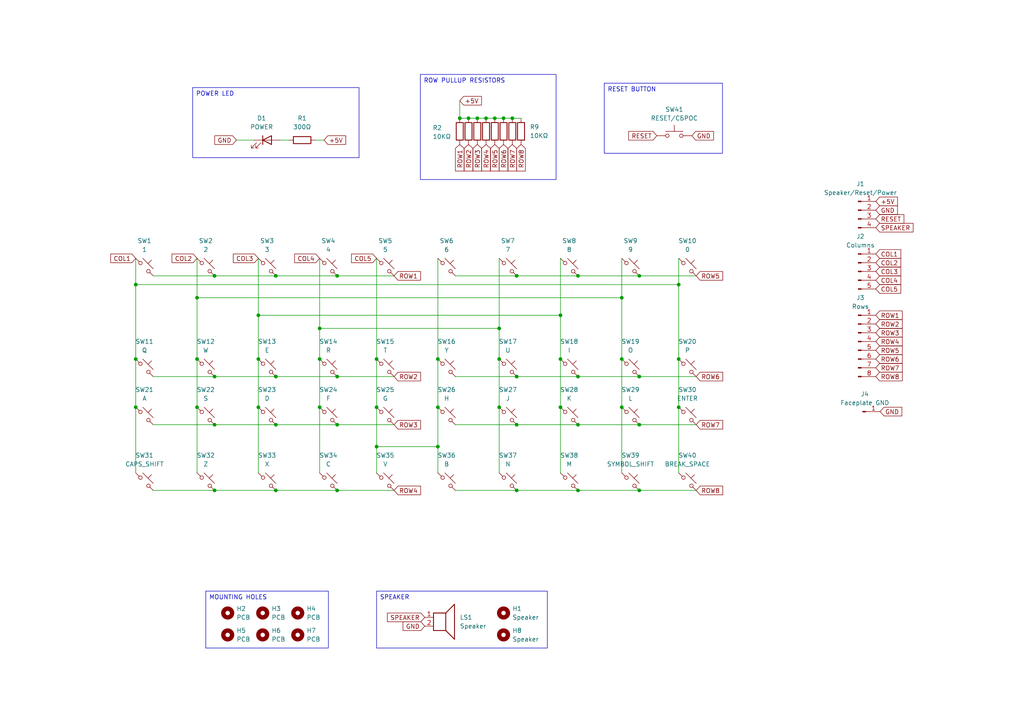
<source format=kicad_sch>
(kicad_sch (version 20250114) (generator "eeschema") (generator_version "9.0")
  (paper "A4")
  (title_block (title "Новая Клавиатура Нафаня/New Nafanya Keyboard") (date "5-Apr-2025") (company "Brett Hallen") (comment 1 "www.youtube.com/@brfff"))
  (lib_symbols
    (symbol "Connector:Conn_01x01_Pin" (pin_names (offset 1.016) (hide yes))
      (property "Reference" "J" (at 0 2.54 0))
      (property "Value" "Conn_01x01_Pin" (at 0 -2.54 0))
      (symbol "Conn_01x01_Pin_1_1"
        (rectangle (start 0.8636 0.127) (end 0 -0.127) (stroke (width 0.1524)) (fill (type outline)))
        (polyline (pts (xy 1.27 0) (xy 0.8636 0)) (stroke (width 0.1524)))
        (pin passive line (at 5.08 0 180) (length 3.81) (name "Pin_1") (number "1"))
      )
    )
    (symbol "Connector:Conn_01x04_Pin" (pin_names (offset 1.016) (hide yes))
      (property "Reference" "J" (at 0 5.08 0))
      (property "Value" "Conn_01x04_Pin" (at 0 -7.62 0))
      (symbol "Conn_01x04_Pin_1_1"
        (rectangle (start 0.8636 2.667) (end 0 2.413) (stroke (width 0.1524)) (fill (type outline)))
        (rectangle (start 0.8636 0.127) (end 0 -0.127) (stroke (width 0.1524)) (fill (type outline)))
        (rectangle (start 0.8636 -2.413) (end 0 -2.667) (stroke (width 0.1524)) (fill (type outline)))
        (rectangle (start 0.8636 -4.953) (end 0 -5.207) (stroke (width 0.1524)) (fill (type outline)))
        (polyline (pts (xy 1.27 2.54) (xy 0.8636 2.54)) (stroke (width 0.1524)))
        (polyline (pts (xy 1.27 0) (xy 0.8636 0)) (stroke (width 0.1524)))
        (polyline (pts (xy 1.27 -2.54) (xy 0.8636 -2.54)) (stroke (width 0.1524)))
        (polyline (pts (xy 1.27 -5.08) (xy 0.8636 -5.08)) (stroke (width 0.1524)))
        (pin passive line (at 5.08 2.54 180) (length 3.81) (name "Pin_1") (number "1"))
        (pin passive line (at 5.08 0 180) (length 3.81) (name "Pin_2") (number "2"))
        (pin passive line (at 5.08 -2.54 180) (length 3.81) (name "Pin_3") (number "3"))
        (pin passive line (at 5.08 -5.08 180) (length 3.81) (name "Pin_4") (number "4"))
      )
    )
    (symbol "Connector:Conn_01x05_Pin" (pin_names (offset 1.016) (hide yes))
      (property "Reference" "J" (at 0 7.62 0))
      (property "Value" "Conn_01x05_Pin" (at 0 -7.62 0))
      (symbol "Conn_01x05_Pin_1_1"
        (rectangle (start 0.8636 5.207) (end 0 4.953) (stroke (width 0.1524)) (fill (type outline)))
        (rectangle (start 0.8636 2.667) (end 0 2.413) (stroke (width 0.1524)) (fill (type outline)))
        (rectangle (start 0.8636 0.127) (end 0 -0.127) (stroke (width 0.1524)) (fill (type outline)))
        (rectangle (start 0.8636 -2.413) (end 0 -2.667) (stroke (width 0.1524)) (fill (type outline)))
        (rectangle (start 0.8636 -4.953) (end 0 -5.207) (stroke (width 0.1524)) (fill (type outline)))
        (polyline (pts (xy 1.27 5.08) (xy 0.8636 5.08)) (stroke (width 0.1524)))
        (polyline (pts (xy 1.27 2.54) (xy 0.8636 2.54)) (stroke (width 0.1524)))
        (polyline (pts (xy 1.27 0) (xy 0.8636 0)) (stroke (width 0.1524)))
        (polyline (pts (xy 1.27 -2.54) (xy 0.8636 -2.54)) (stroke (width 0.1524)))
        (polyline (pts (xy 1.27 -5.08) (xy 0.8636 -5.08)) (stroke (width 0.1524)))
        (pin passive line (at 5.08 5.08 180) (length 3.81) (name "Pin_1") (number "1"))
        (pin passive line (at 5.08 2.54 180) (length 3.81) (name "Pin_2") (number "2"))
        (pin passive line (at 5.08 0 180) (length 3.81) (name "Pin_3") (number "3"))
        (pin passive line (at 5.08 -2.54 180) (length 3.81) (name "Pin_4") (number "4"))
        (pin passive line (at 5.08 -5.08 180) (length 3.81) (name "Pin_5") (number "5"))
      )
    )
    (symbol "Connector:Conn_01x08_Pin" (pin_names (offset 1.016) (hide yes))
      (property "Reference" "J" (at 0 10.16 0))
      (property "Value" "Conn_01x08_Pin" (at 0 -12.7 0))
      (symbol "Conn_01x08_Pin_1_1"
        (rectangle (start 0.8636 7.747) (end 0 7.493) (stroke (width 0.1524)) (fill (type outline)))
        (rectangle (start 0.8636 5.207) (end 0 4.953) (stroke (width 0.1524)) (fill (type outline)))
        (rectangle (start 0.8636 2.667) (end 0 2.413) (stroke (width 0.1524)) (fill (type outline)))
        (rectangle (start 0.8636 0.127) (end 0 -0.127) (stroke (width 0.1524)) (fill (type outline)))
        (rectangle (start 0.8636 -2.413) (end 0 -2.667) (stroke (width 0.1524)) (fill (type outline)))
        (rectangle (start 0.8636 -4.953) (end 0 -5.207) (stroke (width 0.1524)) (fill (type outline)))
        (rectangle (start 0.8636 -7.493) (end 0 -7.747) (stroke (width 0.1524)) (fill (type outline)))
        (rectangle (start 0.8636 -10.033) (end 0 -10.287) (stroke (width 0.1524)) (fill (type outline)))
        (polyline (pts (xy 1.27 7.62) (xy 0.8636 7.62)) (stroke (width 0.1524)))
        (polyline (pts (xy 1.27 5.08) (xy 0.8636 5.08)) (stroke (width 0.1524)))
        (polyline (pts (xy 1.27 2.54) (xy 0.8636 2.54)) (stroke (width 0.1524)))
        (polyline (pts (xy 1.27 0) (xy 0.8636 0)) (stroke (width 0.1524)))
        (polyline (pts (xy 1.27 -2.54) (xy 0.8636 -2.54)) (stroke (width 0.1524)))
        (polyline (pts (xy 1.27 -5.08) (xy 0.8636 -5.08)) (stroke (width 0.1524)))
        (polyline (pts (xy 1.27 -7.62) (xy 0.8636 -7.62)) (stroke (width 0.1524)))
        (polyline (pts (xy 1.27 -10.16) (xy 0.8636 -10.16)) (stroke (width 0.1524)))
        (pin passive line (at 5.08 7.62 180) (length 3.81) (name "Pin_1") (number "1"))
        (pin passive line (at 5.08 5.08 180) (length 3.81) (name "Pin_2") (number "2"))
        (pin passive line (at 5.08 2.54 180) (length 3.81) (name "Pin_3") (number "3"))
        (pin passive line (at 5.08 0 180) (length 3.81) (name "Pin_4") (number "4"))
        (pin passive line (at 5.08 -2.54 180) (length 3.81) (name "Pin_5") (number "5"))
        (pin passive line (at 5.08 -5.08 180) (length 3.81) (name "Pin_6") (number "6"))
        (pin passive line (at 5.08 -7.62 180) (length 3.81) (name "Pin_7") (number "7"))
        (pin passive line (at 5.08 -10.16 180) (length 3.81) (name "Pin_8") (number "8"))
      )
    )
    (symbol "Device:LED" (pin_numbers (hide yes)) (pin_names (offset 1.016) (hide yes))
      (property "Reference" "D" (at 0 2.54 0))
      (property "Value" "LED" (at 0 -2.54 0))
      (symbol "LED_0_1"
        (polyline (pts (xy -3.048 -0.762) (xy -4.572 -2.286) (xy -3.81 -2.286) (xy -4.572 -2.286) (xy -4.572 -1.524)))
        (polyline (pts (xy -1.778 -0.762) (xy -3.302 -2.286) (xy -2.54 -2.286) (xy -3.302 -2.286) (xy -3.302 -1.524)))
        (polyline (pts (xy -1.27 0) (xy 1.27 0)))
        (polyline (pts (xy -1.27 -1.27) (xy -1.27 1.27)) (stroke (width 0.254)))
        (polyline (pts (xy 1.27 -1.27) (xy 1.27 1.27) (xy -1.27 0) (xy 1.27 -1.27)) (stroke (width 0.254)))
      )
      (symbol "LED_1_1"
        (pin passive line (at -3.81 0 0) (length 2.54) (name "K") (number "1"))
        (pin passive line (at 3.81 0 180) (length 2.54) (name "A") (number "2"))
      )
    )
    (symbol "Device:R" (pin_numbers (hide yes)) (pin_names (offset 0))
      (property "Reference" "R" (at 2.032 0 90))
      (property "Value" "R" (at 0 0 90))
      (symbol "R_0_1"
        (rectangle (start -1.016 -2.54) (end 1.016 2.54) (stroke (width 0.254)))
      )
      (symbol "R_1_1"
        (pin passive line (at 0 3.81 270) (length 1.27) (name "~") (number "1"))
        (pin passive line (at 0 -3.81 90) (length 1.27) (name "~") (number "2"))
      )
    )
    (symbol "Device:Speaker" (pin_names (offset 0) (hide yes))
      (property "Reference" "LS" (at 1.27 5.715 0))
      (property "Value" "Speaker" (at 1.27 3.81 0))
      (symbol "Speaker_0_0"
        (rectangle (start -2.54 1.27) (end 1.016 -3.81) (stroke (width 0.254)))
        (polyline (pts (xy 1.016 1.27) (xy 3.556 3.81) (xy 3.556 -6.35) (xy 1.016 -3.81)) (stroke (width 0.254)))
      )
      (symbol "Speaker_1_1"
        (pin input line (at -5.08 0 0) (length 2.54) (name "1") (number "1"))
        (pin input line (at -5.08 -2.54 0) (length 2.54) (name "2") (number "2"))
      )
    )
    (symbol "Mechanical:MountingHole" (pin_names (offset 1.016)) (exclude_from_sim yes) (in_bom no)
      (property "Reference" "H" (at 0 5.08 0))
      (property "Value" "MountingHole" (at 0 3.175 0))
      (symbol "MountingHole_0_1"
        (circle (center 0 0) (radius 1.27) (stroke (width 1.27)))
      )
    )
    (symbol "Switch:SW_Push" (pin_numbers (hide yes)) (pin_names (offset 1.016) (hide yes))
      (property "Reference" "SW" (at 1.27 2.54 0))
      (property "Value" "SW_Push" (at 0 -1.524 0))
      (symbol "SW_Push_0_1"
        (circle (center -2.032 0) (radius 0.508))
        (polyline (pts (xy 0 1.27) (xy 0 3.048)))
        (circle (center 2.032 0) (radius 0.508))
        (polyline (pts (xy 2.54 1.27) (xy -2.54 1.27)))
        (pin passive line (at -5.08 0 0) (length 2.54) (name "1") (number "1"))
        (pin passive line (at 5.08 0 180) (length 2.54) (name "2") (number "2"))
      )
    )
    (symbol "Switch:SW_Push_45deg" (pin_numbers (hide yes)) (pin_names (offset 1.016) (hide yes))
      (property "Reference" "SW" (at 3.048 1.016 0))
      (property "Value" "SW_Push_45deg" (at 0 -3.81 0))
      (symbol "SW_Push_45deg_0_1"
        (polyline (pts (xy -2.54 2.54) (xy -1.524 1.524) (xy -1.524 1.524)))
        (circle (center -1.1684 1.1684) (radius 0.508))
        (polyline (pts (xy -0.508 2.54) (xy 2.54 -0.508)))
        (polyline (pts (xy 1.016 1.016) (xy 2.032 2.032)))
        (circle (center 1.143 -1.1938) (radius 0.508))
        (polyline (pts (xy 1.524 -1.524) (xy 2.54 -2.54) (xy 2.54 -2.54) (xy 2.54 -2.54)))
        (pin passive line (at -2.54 2.54 0) (length 0) (name "1") (number "1"))
        (pin passive line (at 2.54 -2.54 180) (length 0) (name "2") (number "2"))
      )
    )
  )
  (text_box "RESET BUTTON" (at 175.26 24.13 0) (size 34.29 20.32) (margins 0.9525 0.9525 0.9525 0.9525) (effects (font (size 1.27 1.27)) (justify left top)))
  (text_box "MOUNTING HOLES" (at 59.69 171.45 0) (size 35.56 16.51) (margins 0.9525 0.9525 0.9525 0.9525) (effects (font (size 1.27 1.27)) (justify left top)))
  (text_box "POWER LED" (at 55.88 25.4 0) (size 48.26 20.32) (margins 0.9525 0.9525 0.9525 0.9525) (effects (font (size 1.27 1.27)) (justify left top)))
  (text_box "SPEAKER" (at 109.22 171.45 0) (size 49.53 16.51) (margins 0.9525 0.9525 0.9525 0.9525) (effects (font (size 1.27 1.27)) (justify left top)))
  (text_box "ROW PULLUP RESISTORS" (at 121.92 21.59 0) (size 39.37 30.48) (margins 0.9525 0.9525 0.9525 0.9525) (effects (font (size 1.27 1.27)) (justify left top)))
  (junction (at 74.93 104.14))
  (junction (at 196.85 118.11))
  (junction (at 180.34 118.11))
  (junction (at 57.15 118.11))
  (junction (at 167.64 123.19))
  (junction (at 196.85 82.55))
  (junction (at 80.01 80.01))
  (junction (at 162.56 104.14))
  (junction (at 185.42 109.22))
  (junction (at 62.23 123.19))
  (junction (at 196.85 104.14))
  (junction (at 97.79 80.01))
  (junction (at 149.86 109.22))
  (junction (at 39.37 118.11))
  (junction (at 97.79 123.19))
  (junction (at 109.22 129.54))
  (junction (at 149.86 123.19))
  (junction (at 148.59 34.29))
  (junction (at 180.34 104.14))
  (junction (at 80.01 109.22))
  (junction (at 92.71 95.25))
  (junction (at 62.23 142.24))
  (junction (at 127 118.11))
  (junction (at 167.64 80.01))
  (junction (at 180.34 86.36))
  (junction (at 39.37 104.14))
  (junction (at 80.01 123.19))
  (junction (at 149.86 80.01))
  (junction (at 133.35 34.29))
  (junction (at 57.15 86.36))
  (junction (at 92.71 104.14))
  (junction (at 140.97 34.29))
  (junction (at 62.23 80.01))
  (junction (at 135.89 34.29))
  (junction (at 138.43 34.29))
  (junction (at 39.37 82.55))
  (junction (at 149.86 142.24))
  (junction (at 62.23 109.22))
  (junction (at 185.42 142.24))
  (junction (at 144.78 95.25))
  (junction (at 162.56 118.11))
  (junction (at 143.51 34.29))
  (junction (at 167.64 109.22))
  (junction (at 167.64 142.24))
  (junction (at 74.93 91.44))
  (junction (at 185.42 80.01))
  (junction (at 146.05 34.29))
  (junction (at 185.42 123.19))
  (junction (at 144.78 104.14))
  (junction (at 97.79 142.24))
  (junction (at 109.22 104.14))
  (junction (at 127 104.14))
  (junction (at 162.56 91.44))
  (junction (at 109.22 118.11))
  (junction (at 74.93 118.11))
  (junction (at 97.79 109.22))
  (junction (at 144.78 118.11))
  (junction (at 127 129.54))
  (junction (at 57.15 104.14))
  (junction (at 80.01 142.24))
  (junction (at 92.71 118.11))
  (wire (pts (xy 133.35 29.21) (xy 133.35 34.29)))
  (wire (pts (xy 127 74.93) (xy 127 104.14)))
  (wire (pts (xy 80.01 109.22) (xy 97.79 109.22)))
  (wire (pts (xy 146.05 34.29) (xy 148.59 34.29)))
  (wire (pts (xy 185.42 123.19) (xy 201.93 123.19)))
  (wire (pts (xy 97.79 142.24) (xy 114.3 142.24)))
  (wire (pts (xy 68.58 40.64) (xy 73.66 40.64)))
  (wire (pts (xy 132.08 109.22) (xy 149.86 109.22)))
  (wire (pts (xy 167.64 123.19) (xy 185.42 123.19)))
  (wire (pts (xy 92.71 74.93) (xy 92.71 95.25)))
  (wire (pts (xy 44.45 80.01) (xy 62.23 80.01)))
  (wire (pts (xy 109.22 129.54) (xy 127 129.54)))
  (wire (pts (xy 144.78 104.14) (xy 144.78 118.11)))
  (wire (pts (xy 148.59 34.29) (xy 151.13 34.29)))
  (wire (pts (xy 196.85 104.14) (xy 196.85 118.11)))
  (wire (pts (xy 39.37 82.55) (xy 196.85 82.55)))
  (wire (pts (xy 149.86 142.24) (xy 167.64 142.24)))
  (wire (pts (xy 80.01 142.24) (xy 97.79 142.24)))
  (wire (pts (xy 92.71 104.14) (xy 92.71 118.11)))
  (wire (pts (xy 162.56 104.14) (xy 162.56 118.11)))
  (wire (pts (xy 144.78 118.11) (xy 144.78 137.16)))
  (wire (pts (xy 144.78 95.25) (xy 144.78 104.14)))
  (wire (pts (xy 127 129.54) (xy 127 137.16)))
  (wire (pts (xy 80.01 80.01) (xy 97.79 80.01)))
  (wire (pts (xy 62.23 80.01) (xy 80.01 80.01)))
  (wire (pts (xy 127 104.14) (xy 127 118.11)))
  (wire (pts (xy 62.23 142.24) (xy 80.01 142.24)))
  (wire (pts (xy 44.45 109.22) (xy 62.23 109.22)))
  (wire (pts (xy 149.86 109.22) (xy 167.64 109.22)))
  (wire (pts (xy 149.86 123.19) (xy 167.64 123.19)))
  (wire (pts (xy 109.22 74.93) (xy 109.22 104.14)))
  (wire (pts (xy 92.71 95.25) (xy 92.71 104.14)))
  (wire (pts (xy 81.28 40.64) (xy 83.82 40.64)))
  (wire (pts (xy 143.51 34.29) (xy 146.05 34.29)))
  (wire (pts (xy 196.85 74.93) (xy 196.85 82.55)))
  (wire (pts (xy 185.42 109.22) (xy 201.93 109.22)))
  (wire (pts (xy 93.98 40.64) (xy 91.44 40.64)))
  (wire (pts (xy 74.93 91.44) (xy 74.93 104.14)))
  (wire (pts (xy 127 118.11) (xy 127 129.54)))
  (wire (pts (xy 167.64 142.24) (xy 185.42 142.24)))
  (wire (pts (xy 140.97 34.29) (xy 143.51 34.29)))
  (wire (pts (xy 167.64 109.22) (xy 185.42 109.22)))
  (wire (pts (xy 180.34 118.11) (xy 180.34 137.16)))
  (wire (pts (xy 62.23 123.19) (xy 80.01 123.19)))
  (wire (pts (xy 138.43 34.29) (xy 140.97 34.29)))
  (wire (pts (xy 97.79 109.22) (xy 114.3 109.22)))
  (wire (pts (xy 196.85 82.55) (xy 196.85 104.14)))
  (wire (pts (xy 135.89 34.29) (xy 138.43 34.29)))
  (wire (pts (xy 149.86 80.01) (xy 167.64 80.01)))
  (wire (pts (xy 132.08 123.19) (xy 149.86 123.19)))
  (wire (pts (xy 74.93 74.93) (xy 74.93 91.44)))
  (wire (pts (xy 109.22 104.14) (xy 109.22 118.11)))
  (wire (pts (xy 167.64 80.01) (xy 185.42 80.01)))
  (wire (pts (xy 162.56 118.11) (xy 162.56 137.16)))
  (wire (pts (xy 92.71 118.11) (xy 92.71 137.16)))
  (wire (pts (xy 109.22 129.54) (xy 109.22 137.16)))
  (wire (pts (xy 185.42 80.01) (xy 201.93 80.01)))
  (wire (pts (xy 132.08 80.01) (xy 149.86 80.01)))
  (wire (pts (xy 185.42 142.24) (xy 201.93 142.24)))
  (wire (pts (xy 97.79 80.01) (xy 114.3 80.01)))
  (wire (pts (xy 74.93 118.11) (xy 74.93 137.16)))
  (wire (pts (xy 74.93 104.14) (xy 74.93 118.11)))
  (wire (pts (xy 57.15 74.93) (xy 57.15 86.36)))
  (wire (pts (xy 44.45 123.19) (xy 62.23 123.19)))
  (wire (pts (xy 62.23 109.22) (xy 80.01 109.22)))
  (wire (pts (xy 57.15 86.36) (xy 180.34 86.36)))
  (wire (pts (xy 57.15 118.11) (xy 57.15 137.16)))
  (wire (pts (xy 39.37 82.55) (xy 39.37 104.14)))
  (wire (pts (xy 44.45 142.24) (xy 62.23 142.24)))
  (wire (pts (xy 57.15 104.14) (xy 57.15 118.11)))
  (wire (pts (xy 144.78 74.93) (xy 144.78 95.25)))
  (wire (pts (xy 132.08 142.24) (xy 149.86 142.24)))
  (wire (pts (xy 162.56 91.44) (xy 162.56 104.14)))
  (wire (pts (xy 180.34 86.36) (xy 180.34 104.14)))
  (wire (pts (xy 39.37 118.11) (xy 39.37 137.16)))
  (wire (pts (xy 97.79 123.19) (xy 114.3 123.19)))
  (wire (pts (xy 180.34 104.14) (xy 180.34 118.11)))
  (wire (pts (xy 133.35 34.29) (xy 135.89 34.29)))
  (wire (pts (xy 74.93 91.44) (xy 162.56 91.44)))
  (wire (pts (xy 109.22 118.11) (xy 109.22 129.54)))
  (wire (pts (xy 180.34 74.93) (xy 180.34 86.36)))
  (wire (pts (xy 80.01 123.19) (xy 97.79 123.19)))
  (wire (pts (xy 92.71 95.25) (xy 144.78 95.25)))
  (wire (pts (xy 196.85 118.11) (xy 196.85 137.16)))
  (wire (pts (xy 57.15 86.36) (xy 57.15 104.14)))
  (wire (pts (xy 39.37 104.14) (xy 39.37 118.11)))
  (wire (pts (xy 39.37 74.93) (xy 39.37 82.55)))
  (wire (pts (xy 162.56 74.93) (xy 162.56 91.44)))
  (global_label "ROW7" (shape input) (at 201.93 123.19 0) (property "Intersheetrefs" "${INTERSHEET_REFS}" (effects (hide yes))))
  (global_label "ROW2" (shape input) (at 135.89 41.91 270) (property "Intersheetrefs" "${INTERSHEET_REFS}" (effects (hide yes))))
  (global_label "COL4" (shape input) (at 254 81.28 0) (property "Intersheetrefs" "${INTERSHEET_REFS}" (effects (hide yes))))
  (global_label "GND" (shape input) (at 255.27 119.38 0) (property "Intersheetrefs" "${INTERSHEET_REFS}" (effects (hide yes))))
  (global_label "SPEAKER" (shape input) (at 254 66.04 0) (property "Intersheetrefs" "${INTERSHEET_REFS}" (effects (hide yes))))
  (global_label "RESET" (shape input) (at 254 63.5 0) (property "Intersheetrefs" "${INTERSHEET_REFS}" (effects (hide yes))))
  (global_label "COL3" (shape input) (at 254 78.74 0) (property "Intersheetrefs" "${INTERSHEET_REFS}" (effects (hide yes))))
  (global_label "ROW8" (shape input) (at 201.93 142.24 0) (property "Intersheetrefs" "${INTERSHEET_REFS}" (effects (hide yes))))
  (global_label "COL3" (shape input) (at 74.93 74.93 180) (property "Intersheetrefs" "${INTERSHEET_REFS}" (effects (hide yes))))
  (global_label "ROW4" (shape input) (at 114.3 142.24 0) (property "Intersheetrefs" "${INTERSHEET_REFS}" (effects (hide yes))))
  (global_label "GND" (shape input) (at 254 60.96 0) (property "Intersheetrefs" "${INTERSHEET_REFS}" (effects (hide yes))))
  (global_label "COL5" (shape input) (at 254 83.82 0) (property "Intersheetrefs" "${INTERSHEET_REFS}" (effects (hide yes))))
  (global_label "ROW3" (shape input) (at 254 96.52 0) (property "Intersheetrefs" "${INTERSHEET_REFS}" (effects (hide yes))))
  (global_label "ROW4" (shape input) (at 254 99.06 0) (property "Intersheetrefs" "${INTERSHEET_REFS}" (effects (hide yes))))
  (global_label "ROW6" (shape input) (at 201.93 109.22 0) (property "Intersheetrefs" "${INTERSHEET_REFS}" (effects (hide yes))))
  (global_label "ROW7" (shape input) (at 148.59 41.91 270) (property "Intersheetrefs" "${INTERSHEET_REFS}" (effects (hide yes))))
  (global_label "ROW2" (shape input) (at 254 93.98 0) (property "Intersheetrefs" "${INTERSHEET_REFS}" (effects (hide yes))))
  (global_label "ROW5" (shape input) (at 201.93 80.01 0) (property "Intersheetrefs" "${INTERSHEET_REFS}" (effects (hide yes))))
  (global_label "ROW1" (shape input) (at 133.35 41.91 270) (property "Intersheetrefs" "${INTERSHEET_REFS}" (effects (hide yes))))
  (global_label "COL4" (shape input) (at 92.71 74.93 180) (property "Intersheetrefs" "${INTERSHEET_REFS}" (effects (hide yes))))
  (global_label "GND" (shape input) (at 200.66 39.37 0) (property "Intersheetrefs" "${INTERSHEET_REFS}" (effects (hide yes))))
  (global_label "ROW8" (shape input) (at 151.13 41.91 270) (property "Intersheetrefs" "${INTERSHEET_REFS}" (effects (hide yes))))
  (global_label "COL5" (shape input) (at 109.22 74.93 180) (property "Intersheetrefs" "${INTERSHEET_REFS}" (effects (hide yes))))
  (global_label "ROW5" (shape input) (at 254 101.6 0) (property "Intersheetrefs" "${INTERSHEET_REFS}" (effects (hide yes))))
  (global_label "ROW6" (shape input) (at 146.05 41.91 270) (property "Intersheetrefs" "${INTERSHEET_REFS}" (effects (hide yes))))
  (global_label "ROW5" (shape input) (at 143.51 41.91 270) (property "Intersheetrefs" "${INTERSHEET_REFS}" (effects (hide yes))))
  (global_label "ROW4" (shape input) (at 140.97 41.91 270) (property "Intersheetrefs" "${INTERSHEET_REFS}" (effects (hide yes))))
  (global_label "COL1" (shape input) (at 254 73.66 0) (property "Intersheetrefs" "${INTERSHEET_REFS}" (effects (hide yes))))
  (global_label "ROW3" (shape input) (at 138.43 41.91 270) (property "Intersheetrefs" "${INTERSHEET_REFS}" (effects (hide yes))))
  (global_label "ROW1" (shape input) (at 114.3 80.01 0) (property "Intersheetrefs" "${INTERSHEET_REFS}" (effects (hide yes))))
  (global_label "SPEAKER" (shape input) (at 123.19 179.07 180) (property "Intersheetrefs" "${INTERSHEET_REFS}" (effects (hide yes))))
  (global_label "GND" (shape input) (at 123.19 181.61 180) (property "Intersheetrefs" "${INTERSHEET_REFS}" (effects (hide yes))))
  (global_label "ROW3" (shape input) (at 114.3 123.19 0) (property "Intersheetrefs" "${INTERSHEET_REFS}" (effects (hide yes))))
  (global_label "ROW6" (shape input) (at 254 104.14 0) (property "Intersheetrefs" "${INTERSHEET_REFS}" (effects (hide yes))))
  (global_label "GND" (shape input) (at 68.58 40.64 180) (property "Intersheetrefs" "${INTERSHEET_REFS}" (effects (hide yes))))
  (global_label "+5V" (shape input) (at 133.35 29.21 0) (property "Intersheetrefs" "${INTERSHEET_REFS}" (effects (hide yes))))
  (global_label "+5V" (shape input) (at 254 58.42 0) (property "Intersheetrefs" "${INTERSHEET_REFS}" (effects (hide yes))))
  (global_label "RESET" (shape input) (at 190.5 39.37 180) (property "Intersheetrefs" "${INTERSHEET_REFS}" (effects (hide yes))))
  (global_label "ROW1" (shape input) (at 254 91.44 0) (property "Intersheetrefs" "${INTERSHEET_REFS}" (effects (hide yes))))
  (global_label "ROW8" (shape input) (at 254 109.22 0) (property "Intersheetrefs" "${INTERSHEET_REFS}" (effects (hide yes))))
  (global_label "COL1" (shape input) (at 39.37 74.93 180) (property "Intersheetrefs" "${INTERSHEET_REFS}" (effects (hide yes))))
  (global_label "+5V" (shape input) (at 93.98 40.64 0) (property "Intersheetrefs" "${INTERSHEET_REFS}" (effects (hide yes))))
  (global_label "ROW7" (shape input) (at 254 106.68 0) (property "Intersheetrefs" "${INTERSHEET_REFS}" (effects (hide yes))))
  (global_label "COL2" (shape input) (at 254 76.2 0) (property "Intersheetrefs" "${INTERSHEET_REFS}" (effects (hide yes))))
  (global_label "ROW2" (shape input) (at 114.3 109.22 0) (property "Intersheetrefs" "${INTERSHEET_REFS}" (effects (hide yes))))
  (global_label "COL2" (shape input) (at 57.15 74.93 180) (property "Intersheetrefs" "${INTERSHEET_REFS}" (effects (hide yes))))
  (symbol (lib_id "Switch:SW_Push_45deg") (at 77.47 77.47 0) (unit 1)
    (property "Reference" "SW3" (at 77.47 69.85 0))
    (property "Value" "3" (at 77.47 72.39 0))
    (property "Footprint" "Button_Switch_THT:SW_PUSH_6mm" (effects (hide yes)))
    (property "Description" "Push button switch, normally open, two pins, 45° tilted" (effects (hide yes)))
  )
  (symbol (lib_id "Switch:SW_Push_45deg") (at 77.47 120.65 0) (unit 1)
    (property "Reference" "SW23" (at 77.47 113.03 0))
    (property "Value" "D" (at 77.47 115.57 0))
    (property "Footprint" "Button_Switch_THT:SW_PUSH_6mm" (effects (hide yes)))
    (property "Description" "Push button switch, normally open, two pins, 45° tilted" (effects (hide yes)))
  )
  (symbol (lib_id "Switch:SW_Push_45deg") (at 41.91 106.68 0) (unit 1)
    (property "Reference" "SW11" (at 41.91 99.06 0))
    (property "Value" "Q" (at 41.91 101.6 0))
    (property "Footprint" "Button_Switch_THT:SW_PUSH_6mm" (effects (hide yes)))
    (property "Description" "Push button switch, normally open, two pins, 45° tilted" (effects (hide yes)))
  )
  (symbol (lib_id "Switch:SW_Push_45deg") (at 111.76 77.47 0) (unit 1)
    (property "Reference" "SW5" (at 111.76 69.85 0))
    (property "Value" "5" (at 111.76 72.39 0))
    (property "Footprint" "Button_Switch_THT:SW_PUSH_6mm" (effects (hide yes)))
    (property "Description" "Push button switch, normally open, two pins, 45° tilted" (effects (hide yes)))
  )
  (symbol (lib_id "Device:LED") (at 77.47 40.64 0) (unit 1)
    (property "Reference" "D1" (at 75.8825 34.29 0))
    (property "Value" "POWER" (at 75.8825 36.83 0))
    (property "Footprint" "LED_THT:LED_D5.0mm" (effects (hide yes)))
    (property "Description" "Light emitting diode" (effects (hide yes)))
    (property "Sim.Pins" "1=K 2=A" (effects (hide yes)))
  )
  (symbol (lib_id "Switch:SW_Push_45deg") (at 165.1 120.65 0) (unit 1)
    (property "Reference" "SW28" (at 165.1 113.03 0))
    (property "Value" "K" (at 165.1 115.57 0))
    (property "Footprint" "Button_Switch_THT:SW_PUSH_6mm" (effects (hide yes)))
    (property "Description" "Push button switch, normally open, two pins, 45° tilted" (effects (hide yes)))
  )
  (symbol (lib_id "Switch:SW_Push_45deg") (at 147.32 106.68 0) (unit 1)
    (property "Reference" "SW17" (at 147.32 99.06 0))
    (property "Value" "U" (at 147.32 101.6 0))
    (property "Footprint" "Button_Switch_THT:SW_PUSH_6mm" (effects (hide yes)))
    (property "Description" "Push button switch, normally open, two pins, 45° tilted" (effects (hide yes)))
  )
  (symbol (lib_id "Switch:SW_Push_45deg") (at 182.88 139.7 0) (unit 1)
    (property "Reference" "SW39" (at 182.88 132.08 0))
    (property "Value" "SYMBOL_SHIFT" (at 182.88 134.62 0))
    (property "Footprint" "Button_Switch_THT:SW_PUSH_6mm" (effects (hide yes)))
    (property "Description" "Push button switch, normally open, two pins, 45° tilted" (effects (hide yes)))
  )
  (symbol (lib_id "Switch:SW_Push_45deg") (at 165.1 139.7 0) (unit 1)
    (property "Reference" "SW38" (at 165.1 132.08 0))
    (property "Value" "M" (at 165.1 134.62 0))
    (property "Footprint" "Button_Switch_THT:SW_PUSH_6mm" (effects (hide yes)))
    (property "Description" "Push button switch, normally open, two pins, 45° tilted" (effects (hide yes)))
  )
  (symbol (lib_id "Switch:SW_Push_45deg") (at 129.54 139.7 0) (unit 1)
    (property "Reference" "SW36" (at 129.54 132.08 0))
    (property "Value" "B" (at 129.54 134.62 0))
    (property "Footprint" "Button_Switch_THT:SW_PUSH_6mm" (effects (hide yes)))
    (property "Description" "Push button switch, normally open, two pins, 45° tilted" (effects (hide yes)))
  )
  (symbol (lib_id "Device:R") (at 133.35 38.1 0) (unit 1)
    (property "Reference" "R2" (at 125.476 37.084 0) (effects (justify left)))
    (property "Value" "10KΩ" (at 125.476 39.624 0) (effects (justify left)))
    (property "Footprint" "Resistor_THT:R_Axial_DIN0207_L6.3mm_D2.5mm_P7.62mm_Horizontal" (effects (hide yes)))
    (property "Description" "Resistor" (effects (hide yes)))
  )
  (symbol (lib_id "Device:R") (at 151.13 38.1 0) (unit 1)
    (property "Reference" "R9" (at 153.67 36.8299 0) (effects (justify left)))
    (property "Value" "10KΩ" (at 153.67 39.3699 0) (effects (justify left)))
    (property "Footprint" "Resistor_THT:R_Axial_DIN0207_L6.3mm_D2.5mm_P7.62mm_Horizontal" (effects (hide yes)))
    (property "Description" "Resistor" (effects (hide yes)))
  )
  (symbol (lib_id "Mechanical:MountingHole") (at 86.36 184.15 0) (unit 1) (exclude_from_sim yes) (in_bom no)
    (property "Reference" "H7" (at 88.9 182.8799 0) (effects (justify left)))
    (property "Value" "PCB" (at 88.9 185.4199 0) (effects (justify left)))
    (property "Footprint" "MountingHole:MountingHole_3.2mm_M3" (effects (hide yes)))
    (property "Description" "Mounting Hole without connection" (effects (hide yes)))
  )
  (symbol (lib_id "Switch:SW_Push_45deg") (at 77.47 106.68 0) (unit 1)
    (property "Reference" "SW13" (at 77.47 99.06 0))
    (property "Value" "E" (at 77.47 101.6 0))
    (property "Footprint" "Button_Switch_THT:SW_PUSH_6mm" (effects (hide yes)))
    (property "Description" "Push button switch, normally open, two pins, 45° tilted" (effects (hide yes)))
  )
  (symbol (lib_id "Switch:SW_Push_45deg") (at 147.32 77.47 0) (unit 1)
    (property "Reference" "SW7" (at 147.32 69.85 0))
    (property "Value" "7" (at 147.32 72.39 0))
    (property "Footprint" "Button_Switch_THT:SW_PUSH_6mm" (effects (hide yes)))
    (property "Description" "Push button switch, normally open, two pins, 45° tilted" (effects (hide yes)))
  )
  (symbol (lib_id "Device:R") (at 148.59 38.1 0) (unit 1)
    (property "Reference" "R8" (effects (hide yes)))
    (property "Value" "10KΩ" (effects (hide yes)))
    (property "Footprint" "Resistor_THT:R_Axial_DIN0207_L6.3mm_D2.5mm_P7.62mm_Horizontal" (effects (hide yes)))
    (property "Description" "Resistor" (effects (hide yes)))
  )
  (symbol (lib_id "Switch:SW_Push_45deg") (at 41.91 77.47 0) (unit 1)
    (property "Reference" "SW1" (at 41.91 69.85 0))
    (property "Value" "1" (at 41.91 72.39 0))
    (property "Footprint" "Button_Switch_THT:SW_PUSH_6mm" (effects (hide yes)))
    (property "Description" "Push button switch, normally open, two pins, 45° tilted" (effects (hide yes)))
  )
  (symbol (lib_id "Switch:SW_Push_45deg") (at 182.88 106.68 0) (unit 1)
    (property "Reference" "SW19" (at 182.88 99.06 0))
    (property "Value" "O" (at 182.88 101.6 0))
    (property "Footprint" "Button_Switch_THT:SW_PUSH_6mm" (effects (hide yes)))
    (property "Description" "Push button switch, normally open, two pins, 45° tilted" (effects (hide yes)))
  )
  (symbol (lib_id "Switch:SW_Push_45deg") (at 147.32 139.7 0) (unit 1)
    (property "Reference" "SW37" (at 147.32 132.08 0))
    (property "Value" "N" (at 147.32 134.62 0))
    (property "Footprint" "Button_Switch_THT:SW_PUSH_6mm" (effects (hide yes)))
    (property "Description" "Push button switch, normally open, two pins, 45° tilted" (effects (hide yes)))
  )
  (symbol (lib_id "Mechanical:MountingHole") (at 66.04 177.8 0) (unit 1) (exclude_from_sim yes) (in_bom no)
    (property "Reference" "H2" (at 68.58 176.5299 0) (effects (justify left)))
    (property "Value" "PCB" (at 68.58 179.0699 0) (effects (justify left)))
    (property "Footprint" "MountingHole:MountingHole_3.2mm_M3" (effects (hide yes)))
    (property "Description" "Mounting Hole without connection" (effects (hide yes)))
  )
  (symbol (lib_id "Device:R") (at 138.43 38.1 0) (unit 1)
    (property "Reference" "R4" (effects (hide yes)))
    (property "Value" "10KΩ" (effects (hide yes)))
    (property "Footprint" "Resistor_THT:R_Axial_DIN0207_L6.3mm_D2.5mm_P7.62mm_Horizontal" (effects (hide yes)))
    (property "Description" "Resistor" (effects (hide yes)))
  )
  (symbol (lib_id "Switch:SW_Push_45deg") (at 59.69 106.68 0) (unit 1)
    (property "Reference" "SW12" (at 59.69 99.06 0))
    (property "Value" "W" (at 59.69 101.6 0))
    (property "Footprint" "Button_Switch_THT:SW_PUSH_6mm" (effects (hide yes)))
    (property "Description" "Push button switch, normally open, two pins, 45° tilted" (effects (hide yes)))
  )
  (symbol (lib_id "Switch:SW_Push_45deg") (at 95.25 106.68 0) (unit 1)
    (property "Reference" "SW14" (at 95.25 99.06 0))
    (property "Value" "R" (at 95.25 101.6 0))
    (property "Footprint" "Button_Switch_THT:SW_PUSH_6mm" (effects (hide yes)))
    (property "Description" "Push button switch, normally open, two pins, 45° tilted" (effects (hide yes)))
  )
  (symbol (lib_id "Connector:Conn_01x04_Pin") (at 248.92 60.96 0) (unit 1)
    (property "Reference" "J1" (at 249.555 53.34 0))
    (property "Value" "Speaker/Reset/Power" (at 249.555 55.88 0))
    (property "Footprint" "Connector_PinHeader_2.54mm:PinHeader_1x04_P2.54mm_Horizontal" (effects (hide yes)))
    (property "Description" "Generic connector, single row, 01x04, script generated" (effects (hide yes)))
  )
  (symbol (lib_id "Switch:SW_Push_45deg") (at 165.1 106.68 0) (unit 1)
    (property "Reference" "SW18" (at 165.1 99.06 0))
    (property "Value" "I" (at 165.1 101.6 0))
    (property "Footprint" "Button_Switch_THT:SW_PUSH_6mm" (effects (hide yes)))
    (property "Description" "Push button switch, normally open, two pins, 45° tilted" (effects (hide yes)))
  )
  (symbol (lib_id "Switch:SW_Push_45deg") (at 147.32 120.65 0) (unit 1)
    (property "Reference" "SW27" (at 147.32 113.03 0))
    (property "Value" "J" (at 147.32 115.57 0))
    (property "Footprint" "Button_Switch_THT:SW_PUSH_6mm" (effects (hide yes)))
    (property "Description" "Push button switch, normally open, two pins, 45° tilted" (effects (hide yes)))
  )
  (symbol (lib_id "Switch:SW_Push_45deg") (at 41.91 139.7 0) (unit 1)
    (property "Reference" "SW31" (at 41.91 132.08 0))
    (property "Value" "CAPS_SHIFT" (at 41.91 134.62 0))
    (property "Footprint" "Button_Switch_THT:SW_PUSH_6mm" (effects (hide yes)))
    (property "Description" "Push button switch, normally open, two pins, 45° tilted" (effects (hide yes)))
  )
  (symbol (lib_id "Switch:SW_Push_45deg") (at 111.76 106.68 0) (unit 1)
    (property "Reference" "SW15" (at 111.76 99.06 0))
    (property "Value" "T" (at 111.76 101.6 0))
    (property "Footprint" "Button_Switch_THT:SW_PUSH_6mm" (effects (hide yes)))
    (property "Description" "Push button switch, normally open, two pins, 45° tilted" (effects (hide yes)))
  )
  (symbol (lib_id "Connector:Conn_01x01_Pin") (at 250.19 119.38 0) (unit 1)
    (property "Reference" "J4" (at 250.825 114.3 0))
    (property "Value" "Faceplate GND" (at 250.825 116.84 0))
    (property "Footprint" "Connector_PinSocket_2.54mm:PinSocket_1x01_P2.54mm_Vertical" (effects (hide yes)))
    (property "Description" "Generic connector, single row, 01x01, script generated" (effects (hide yes)))
  )
  (symbol (lib_id "Device:R") (at 143.51 38.1 0) (unit 1)
    (property "Reference" "R6" (effects (hide yes)))
    (property "Value" "10KΩ" (effects (hide yes)))
    (property "Footprint" "Resistor_THT:R_Axial_DIN0207_L6.3mm_D2.5mm_P7.62mm_Horizontal" (effects (hide yes)))
    (property "Description" "Resistor" (effects (hide yes)))
  )
  (symbol (lib_id "Mechanical:MountingHole") (at 76.2 184.15 0) (unit 1) (exclude_from_sim yes) (in_bom no)
    (property "Reference" "H6" (at 78.74 182.8799 0) (effects (justify left)))
    (property "Value" "PCB" (at 78.74 185.4199 0) (effects (justify left)))
    (property "Footprint" "MountingHole:MountingHole_3.2mm_M3" (effects (hide yes)))
    (property "Description" "Mounting Hole without connection" (effects (hide yes)))
  )
  (symbol (lib_id "Mechanical:MountingHole") (at 86.36 177.8 0) (unit 1) (exclude_from_sim yes) (in_bom no)
    (property "Reference" "H4" (at 88.9 176.5299 0) (effects (justify left)))
    (property "Value" "PCB" (at 88.9 179.0699 0) (effects (justify left)))
    (property "Footprint" "MountingHole:MountingHole_3.2mm_M3" (effects (hide yes)))
    (property "Description" "Mounting Hole without connection" (effects (hide yes)))
  )
  (symbol (lib_id "Switch:SW_Push_45deg") (at 95.25 139.7 0) (unit 1)
    (property "Reference" "SW34" (at 95.25 132.08 0))
    (property "Value" "C" (at 95.25 134.62 0))
    (property "Footprint" "Button_Switch_THT:SW_PUSH_6mm" (effects (hide yes)))
    (property "Description" "Push button switch, normally open, two pins, 45° tilted" (effects (hide yes)))
  )
  (symbol (lib_id "Mechanical:MountingHole") (at 66.04 184.15 0) (unit 1) (exclude_from_sim yes) (in_bom no)
    (property "Reference" "H5" (at 68.58 182.8799 0) (effects (justify left)))
    (property "Value" "PCB" (at 68.58 185.4199 0) (effects (justify left)))
    (property "Footprint" "MountingHole:MountingHole_3.2mm_M3" (effects (hide yes)))
    (property "Description" "Mounting Hole without connection" (effects (hide yes)))
  )
  (symbol (lib_id "Switch:SW_Push_45deg") (at 199.39 77.47 0) (unit 1)
    (property "Reference" "SW10" (at 199.39 69.85 0))
    (property "Value" "0" (at 199.39 72.39 0))
    (property "Footprint" "Button_Switch_THT:SW_PUSH_6mm" (effects (hide yes)))
    (property "Description" "Push button switch, normally open, two pins, 45° tilted" (effects (hide yes)))
  )
  (symbol (lib_id "Connector:Conn_01x05_Pin") (at 248.92 78.74 0) (unit 1)
    (property "Reference" "J2" (at 249.555 68.58 0))
    (property "Value" "Columns" (at 249.555 71.12 0))
    (property "Footprint" "Connector_PinHeader_2.54mm:PinHeader_1x05_P2.54mm_Horizontal" (effects (hide yes)))
    (property "Description" "Generic connector, single row, 01x05, script generated" (effects (hide yes)))
  )
  (symbol (lib_id "Switch:SW_Push_45deg") (at 59.69 120.65 0) (unit 1)
    (property "Reference" "SW22" (at 59.69 113.03 0))
    (property "Value" "S" (at 59.69 115.57 0))
    (property "Footprint" "Button_Switch_THT:SW_PUSH_6mm" (effects (hide yes)))
    (property "Description" "Push button switch, normally open, two pins, 45° tilted" (effects (hide yes)))
  )
  (symbol (lib_id "Switch:SW_Push_45deg") (at 59.69 139.7 0) (unit 1)
    (property "Reference" "SW32" (at 59.69 132.08 0))
    (property "Value" "Z" (at 59.69 134.62 0))
    (property "Footprint" "Button_Switch_THT:SW_PUSH_6mm" (effects (hide yes)))
    (property "Description" "Push button switch, normally open, two pins, 45° tilted" (effects (hide yes)))
  )
  (symbol (lib_id "Mechanical:MountingHole") (at 76.2 177.8 0) (unit 1) (exclude_from_sim yes) (in_bom no)
    (property "Reference" "H3" (at 78.74 176.5299 0) (effects (justify left)))
    (property "Value" "PCB" (at 78.74 179.0699 0) (effects (justify left)))
    (property "Footprint" "MountingHole:MountingHole_3.2mm_M3" (effects (hide yes)))
    (property "Description" "Mounting Hole without connection" (effects (hide yes)))
  )
  (symbol (lib_id "Device:R") (at 87.63 40.64 90) (unit 1)
    (property "Reference" "R1" (at 87.63 34.29 90))
    (property "Value" "300Ω" (at 87.63 36.83 90))
    (property "Footprint" "Resistor_THT:R_Axial_DIN0207_L6.3mm_D2.5mm_P7.62mm_Horizontal" (effects (hide yes)))
    (property "Description" "Resistor" (effects (hide yes)))
  )
  (symbol (lib_id "Switch:SW_Push_45deg") (at 199.39 120.65 0) (unit 1)
    (property "Reference" "SW30" (at 199.39 113.03 0))
    (property "Value" "ENTER" (at 199.39 115.57 0))
    (property "Footprint" "Button_Switch_THT:SW_PUSH_6mm" (effects (hide yes)))
    (property "Description" "Push button switch, normally open, two pins, 45° tilted" (effects (hide yes)))
  )
  (symbol (lib_id "Switch:SW_Push_45deg") (at 41.91 120.65 0) (unit 1)
    (property "Reference" "SW21" (at 41.91 113.03 0))
    (property "Value" "A" (at 41.91 115.57 0))
    (property "Footprint" "Button_Switch_THT:SW_PUSH_6mm" (effects (hide yes)))
    (property "Description" "Push button switch, normally open, two pins, 45° tilted" (effects (hide yes)))
  )
  (symbol (lib_id "Switch:SW_Push_45deg") (at 77.47 139.7 0) (unit 1)
    (property "Reference" "SW33" (at 77.47 132.08 0))
    (property "Value" "X" (at 77.47 134.62 0))
    (property "Footprint" "Button_Switch_THT:SW_PUSH_6mm" (effects (hide yes)))
    (property "Description" "Push button switch, normally open, two pins, 45° tilted" (effects (hide yes)))
  )
  (symbol (lib_id "Switch:SW_Push_45deg") (at 95.25 120.65 0) (unit 1)
    (property "Reference" "SW24" (at 95.25 113.03 0))
    (property "Value" "F" (at 95.25 115.57 0))
    (property "Footprint" "Button_Switch_THT:SW_PUSH_6mm" (effects (hide yes)))
    (property "Description" "Push button switch, normally open, two pins, 45° tilted" (effects (hide yes)))
  )
  (symbol (lib_id "Switch:SW_Push_45deg") (at 95.25 77.47 0) (unit 1)
    (property "Reference" "SW4" (at 95.25 69.85 0))
    (property "Value" "4" (at 95.25 72.39 0))
    (property "Footprint" "Button_Switch_THT:SW_PUSH_6mm" (effects (hide yes)))
    (property "Description" "Push button switch, normally open, two pins, 45° tilted" (effects (hide yes)))
  )
  (symbol (lib_id "Switch:SW_Push_45deg") (at 199.39 139.7 0) (unit 1)
    (property "Reference" "SW40" (at 199.39 132.08 0))
    (property "Value" "BREAK_SPACE" (at 199.39 134.62 0))
    (property "Footprint" "Button_Switch_THT:SW_PUSH_6mm" (effects (hide yes)))
    (property "Description" "Push button switch, normally open, two pins, 45° tilted" (effects (hide yes)))
  )
  (symbol (lib_id "Device:R") (at 135.89 38.1 0) (unit 1)
    (property "Reference" "R3" (effects (hide yes)))
    (property "Value" "10KΩ" (effects (hide yes)))
    (property "Footprint" "Resistor_THT:R_Axial_DIN0207_L6.3mm_D2.5mm_P7.62mm_Horizontal" (effects (hide yes)))
    (property "Description" "Resistor" (effects (hide yes)))
  )
  (symbol (lib_id "Switch:SW_Push_45deg") (at 199.39 106.68 0) (unit 1)
    (property "Reference" "SW20" (at 199.39 99.06 0))
    (property "Value" "P" (at 199.39 101.6 0))
    (property "Footprint" "Button_Switch_THT:SW_PUSH_6mm" (effects (hide yes)))
    (property "Description" "Push button switch, normally open, two pins, 45° tilted" (effects (hide yes)))
  )
  (symbol (lib_id "Switch:SW_Push") (at 195.58 39.37 0) (unit 1)
    (property "Reference" "SW41" (at 195.58 31.75 0))
    (property "Value" "RESET/СБРОС" (at 195.58 34.29 0))
    (property "Footprint" "Button_Switch_THT:SW_PUSH_6mm" (effects (hide yes)))
    (property "Description" "Push button switch, generic, two pins" (effects (hide yes)))
  )
  (symbol (lib_id "Switch:SW_Push_45deg") (at 129.54 120.65 0) (unit 1)
    (property "Reference" "SW26" (at 129.54 113.03 0))
    (property "Value" "H" (at 129.54 115.57 0))
    (property "Footprint" "Button_Switch_THT:SW_PUSH_6mm" (effects (hide yes)))
    (property "Description" "Push button switch, normally open, two pins, 45° tilted" (effects (hide yes)))
  )
  (symbol (lib_id "Switch:SW_Push_45deg") (at 129.54 77.47 0) (unit 1)
    (property "Reference" "SW6" (at 129.54 69.85 0))
    (property "Value" "6" (at 129.54 72.39 0))
    (property "Footprint" "Button_Switch_THT:SW_PUSH_6mm" (effects (hide yes)))
    (property "Description" "Push button switch, normally open, two pins, 45° tilted" (effects (hide yes)))
  )
  (symbol (lib_id "Switch:SW_Push_45deg") (at 59.69 77.47 0) (unit 1)
    (property "Reference" "SW2" (at 59.69 69.85 0))
    (property "Value" "2" (at 59.69 72.39 0))
    (property "Footprint" "Button_Switch_THT:SW_PUSH_6mm" (effects (hide yes)))
    (property "Description" "Push button switch, normally open, two pins, 45° tilted" (effects (hide yes)))
  )
  (symbol (lib_id "Switch:SW_Push_45deg") (at 111.76 139.7 0) (unit 1)
    (property "Reference" "SW35" (at 111.76 132.08 0))
    (property "Value" "V" (at 111.76 134.62 0))
    (property "Footprint" "Button_Switch_THT:SW_PUSH_6mm" (effects (hide yes)))
    (property "Description" "Push button switch, normally open, two pins, 45° tilted" (effects (hide yes)))
  )
  (symbol (lib_id "Device:R") (at 140.97 38.1 0) (unit 1)
    (property "Reference" "R5" (effects (hide yes)))
    (property "Value" "10KΩ" (effects (hide yes)))
    (property "Footprint" "Resistor_THT:R_Axial_DIN0207_L6.3mm_D2.5mm_P7.62mm_Horizontal" (effects (hide yes)))
    (property "Description" "Resistor" (effects (hide yes)))
  )
  (symbol (lib_id "Switch:SW_Push_45deg") (at 182.88 120.65 0) (unit 1)
    (property "Reference" "SW29" (at 182.88 113.03 0))
    (property "Value" "L" (at 182.88 115.57 0))
    (property "Footprint" "Button_Switch_THT:SW_PUSH_6mm" (effects (hide yes)))
    (property "Description" "Push button switch, normally open, two pins, 45° tilted" (effects (hide yes)))
  )
  (symbol (lib_id "Mechanical:MountingHole") (at 146.05 177.8 0) (unit 1) (exclude_from_sim yes) (in_bom no)
    (property "Reference" "H1" (at 148.59 176.5299 0) (effects (justify left)))
    (property "Value" "Speaker" (at 148.59 179.0699 0) (effects (justify left)))
    (property "Footprint" "MountingHole:MountingHole_3.2mm_M3" (effects (hide yes)))
    (property "Description" "Mounting Hole without connection" (effects (hide yes)))
  )
  (symbol (lib_id "Device:Speaker") (at 128.27 179.07 0) (unit 1)
    (property "Reference" "LS1" (at 133.35 179.0699 0) (effects (justify left)))
    (property "Value" "Speaker" (at 133.35 181.6099 0) (effects (justify left)))
    (property "Footprint" "Connector_PinHeader_2.54mm:PinHeader_1x02_P2.54mm_Vertical" (effects (hide yes)))
    (property "Description" "Speaker" (effects (hide yes)))
  )
  (symbol (lib_id "Switch:SW_Push_45deg") (at 111.76 120.65 0) (unit 1)
    (property "Reference" "SW25" (at 111.76 113.03 0))
    (property "Value" "G" (at 111.76 115.57 0))
    (property "Footprint" "Button_Switch_THT:SW_PUSH_6mm" (effects (hide yes)))
    (property "Description" "Push button switch, normally open, two pins, 45° tilted" (effects (hide yes)))
  )
  (symbol (lib_id "Connector:Conn_01x08_Pin") (at 248.92 99.06 0) (unit 1)
    (property "Reference" "J3" (at 249.555 86.36 0))
    (property "Value" "Rows" (at 249.555 88.9 0))
    (property "Footprint" "Connector_PinHeader_2.54mm:PinHeader_1x08_P2.54mm_Horizontal" (effects (hide yes)))
    (property "Description" "Generic connector, single row, 01x08, script generated" (effects (hide yes)))
  )
  (symbol (lib_id "Switch:SW_Push_45deg") (at 182.88 77.47 0) (unit 1)
    (property "Reference" "SW9" (at 182.88 69.85 0))
    (property "Value" "9" (at 182.88 72.39 0))
    (property "Footprint" "Button_Switch_THT:SW_PUSH_6mm" (effects (hide yes)))
    (property "Description" "Push button switch, normally open, two pins, 45° tilted" (effects (hide yes)))
  )
  (symbol (lib_id "Device:R") (at 146.05 38.1 0) (unit 1)
    (property "Reference" "R7" (effects (hide yes)))
    (property "Value" "10KΩ" (effects (hide yes)))
    (property "Footprint" "Resistor_THT:R_Axial_DIN0207_L6.3mm_D2.5mm_P7.62mm_Horizontal" (effects (hide yes)))
    (property "Description" "Resistor" (effects (hide yes)))
  )
  (symbol (lib_id "Switch:SW_Push_45deg") (at 129.54 106.68 0) (unit 1)
    (property "Reference" "SW16" (at 129.54 99.06 0))
    (property "Value" "Y" (at 129.54 101.6 0))
    (property "Footprint" "Button_Switch_THT:SW_PUSH_6mm" (effects (hide yes)))
    (property "Description" "Push button switch, normally open, two pins, 45° tilted" (effects (hide yes)))
  )
  (symbol (lib_id "Switch:SW_Push_45deg") (at 165.1 77.47 0) (unit 1)
    (property "Reference" "SW8" (at 165.1 69.85 0))
    (property "Value" "8" (at 165.1 72.39 0))
    (property "Footprint" "Button_Switch_THT:SW_PUSH_6mm" (effects (hide yes)))
    (property "Description" "Push button switch, normally open, two pins, 45° tilted" (effects (hide yes)))
  )
  (symbol (lib_id "Mechanical:MountingHole") (at 146.05 184.15 0) (unit 1) (exclude_from_sim yes) (in_bom no)
    (property "Reference" "H8" (at 148.59 182.8799 0) (effects (justify left)))
    (property "Value" "Speaker" (at 148.59 185.4199 0) (effects (justify left)))
    (property "Footprint" "MountingHole:MountingHole_3.2mm_M3" (effects (hide yes)))
    (property "Description" "Mounting Hole without connection" (effects (hide yes)))
  )
)
</source>
